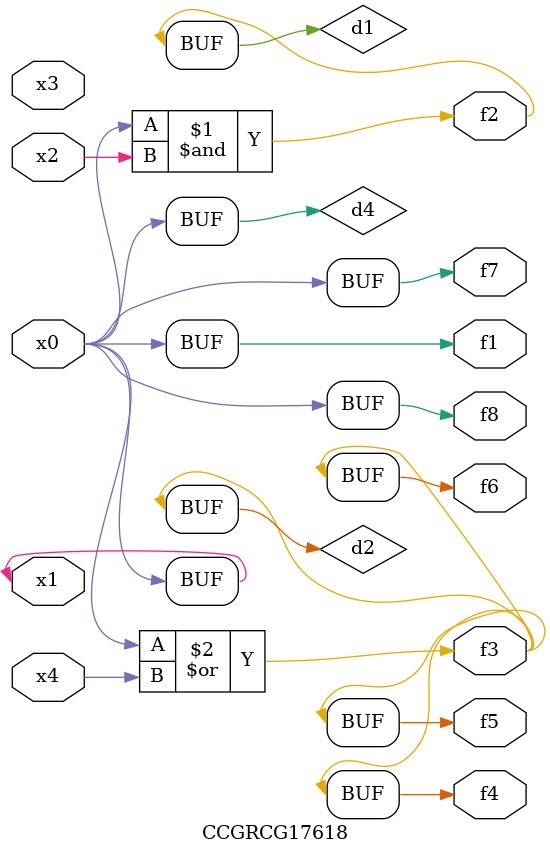
<source format=v>
module CCGRCG17618(
	input x0, x1, x2, x3, x4,
	output f1, f2, f3, f4, f5, f6, f7, f8
);

	wire d1, d2, d3, d4;

	and (d1, x0, x2);
	or (d2, x0, x4);
	nand (d3, x0, x2);
	buf (d4, x0, x1);
	assign f1 = d4;
	assign f2 = d1;
	assign f3 = d2;
	assign f4 = d2;
	assign f5 = d2;
	assign f6 = d2;
	assign f7 = d4;
	assign f8 = d4;
endmodule

</source>
